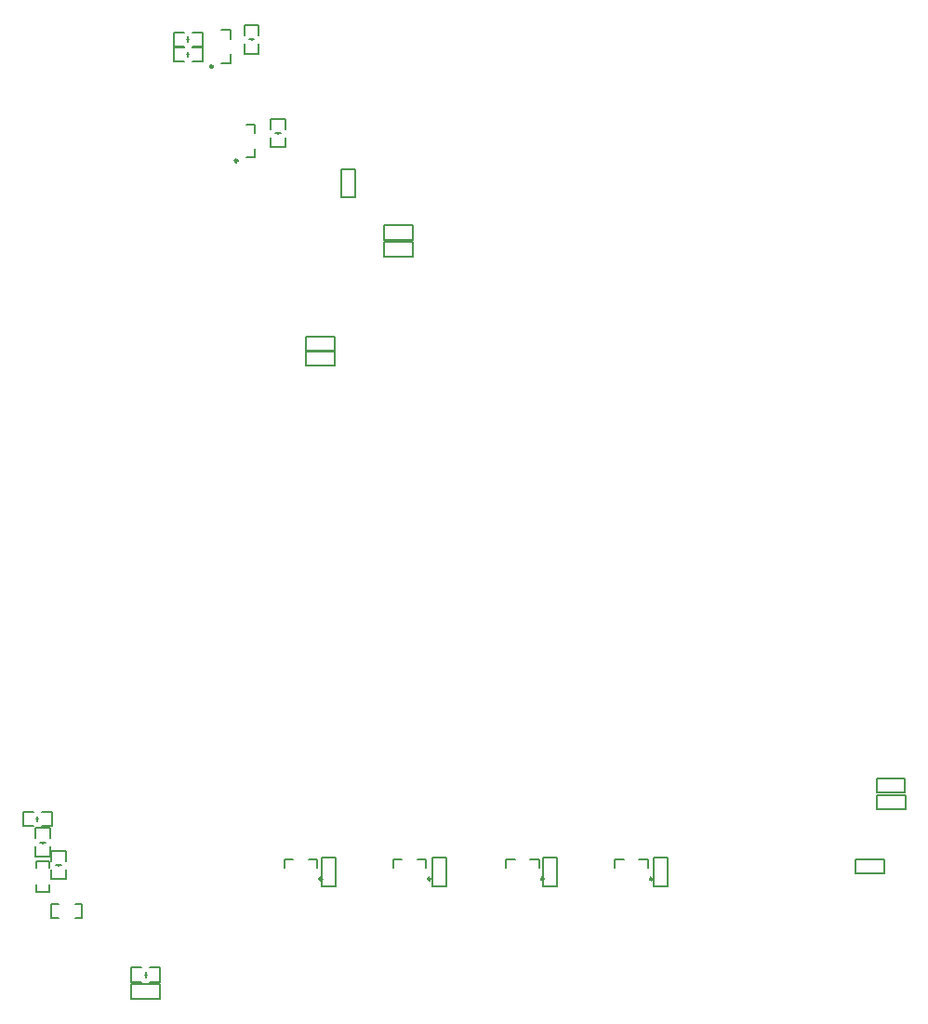
<source format=gbo>
G04*
G04 #@! TF.GenerationSoftware,Altium Limited,Altium Designer,21.0.8 (223)*
G04*
G04 Layer_Color=32896*
%FSLAX25Y25*%
%MOIN*%
G70*
G04*
G04 #@! TF.SameCoordinates,947A2CD8-D87E-4BA2-AADF-D00DD91F1A07*
G04*
G04*
G04 #@! TF.FilePolarity,Positive*
G04*
G01*
G75*
%ADD11C,0.00984*%
%ADD13C,0.00800*%
%ADD14C,0.00600*%
%ADD17C,0.00787*%
D11*
X95955Y369613D02*
G03*
X95955Y369613I-492J0D01*
G01*
X104855Y335813D02*
G03*
X104855Y335813I-492J0D01*
G01*
X214579Y78366D02*
G03*
X214579Y78366I-492J0D01*
G01*
X253579D02*
G03*
X253579Y78366I-492J0D01*
G01*
X135079D02*
G03*
X135079Y78366I-492J0D01*
G01*
X174079D02*
G03*
X174079Y78366I-492J0D01*
G01*
D13*
X129282Y262441D02*
X139518D01*
X129282D02*
Y267559D01*
X139518D01*
Y262441D02*
Y267559D01*
X129282Y267741D02*
X139518D01*
X129282D02*
Y272859D01*
X139518D01*
Y267741D02*
Y272859D01*
X112459Y374182D02*
Y377800D01*
X107341Y374182D02*
Y377800D01*
X112459Y380800D02*
Y384418D01*
X107341Y380800D02*
Y384418D01*
X112459D01*
X107341Y374182D02*
X112459D01*
X81982Y376782D02*
X85600D01*
X81982Y381900D02*
X85600D01*
X88600Y376782D02*
X92218D01*
X88600Y381900D02*
X92218D01*
Y376782D02*
Y381900D01*
X81982Y376782D02*
Y381900D01*
X81982Y371441D02*
X85600D01*
X81982Y376559D02*
X85600D01*
X88600Y371441D02*
X92218D01*
X88600Y376559D02*
X92218Y376559D01*
Y371441D02*
Y376559D01*
X81982Y376559D02*
X81982Y371441D01*
X121859Y340582D02*
Y344200D01*
X116741Y340582D02*
Y344200D01*
X121859Y347200D02*
Y350818D01*
X116741Y347200D02*
Y350818D01*
X121859D01*
X116741Y340582D02*
X121859D01*
X141841Y322582D02*
Y332818D01*
X146959D01*
Y322582D02*
Y332818D01*
X141841Y322582D02*
X146959D01*
X157382Y301541D02*
Y306659D01*
Y301541D02*
X167618D01*
Y306659D01*
X157382D02*
X167618D01*
X157382Y307541D02*
Y312659D01*
Y307541D02*
X167618D01*
Y312659D01*
X157382D02*
X167618D01*
X66795Y35548D02*
Y40666D01*
Y35548D02*
X77031D01*
Y40666D01*
X66795D02*
X77031D01*
X66796Y41547D02*
Y46665D01*
X77032Y41547D02*
Y46665D01*
X73413D02*
X77032D01*
X73413Y41547D02*
X77032D01*
X66796Y46665D02*
X70413D01*
X66796Y41547D02*
X70413D01*
X46500Y69300D02*
X48983D01*
X38018D02*
X40500D01*
X38018Y64500D02*
Y69300D01*
Y64500D02*
X40500D01*
X46500D02*
X48983D01*
X48983Y69300D02*
X48983Y64500D01*
X37400Y73859D02*
Y76341D01*
Y82341D02*
Y84823D01*
X32600D02*
X37400D01*
X32600Y82341D02*
Y84823D01*
Y73859D02*
Y76341D01*
Y73859D02*
X37400Y73859D01*
X38141Y88518D02*
X43259D01*
X38141Y78282D02*
X43259D01*
Y81900D01*
X38141Y78282D02*
Y81900D01*
X43259Y84900D02*
Y88518D01*
X38141Y84900D02*
Y88518D01*
X32441Y96618D02*
X37559D01*
X32441Y86382D02*
X37559D01*
Y90000D01*
X32441Y86382D02*
Y90000D01*
X37559Y93000D02*
Y96618D01*
X32441Y93000D02*
Y96618D01*
X27982Y97441D02*
Y102559D01*
X38218Y97441D02*
Y102559D01*
X34600D02*
X38218D01*
X34600Y97441D02*
X38218D01*
X27982Y102559D02*
X31600D01*
X27982Y97441D02*
X31600D01*
X253841Y75882D02*
X258959D01*
Y86118D01*
X253841D02*
X258959D01*
X253841Y75882D02*
Y86118D01*
X134941Y75882D02*
X140059D01*
Y86118D01*
X134941D02*
X140059D01*
X134941Y75882D02*
Y86118D01*
X174641Y75882D02*
X179759D01*
Y86118D01*
X174641D02*
X179759D01*
X174641Y75882D02*
Y86118D01*
X214241Y75782D02*
X219359D01*
Y86018D01*
X214241D02*
X219359D01*
X214241Y75782D02*
Y86018D01*
X333882Y109341D02*
Y114459D01*
Y109341D02*
X344118D01*
Y114459D01*
X333882D02*
X344118D01*
X344172Y103382D02*
Y108500D01*
X333936D02*
X344172D01*
X333936Y103382D02*
Y108500D01*
Y103382D02*
X344172D01*
X326382Y80441D02*
Y85559D01*
Y80441D02*
X336618D01*
Y85559D01*
X326382D02*
X336618D01*
D14*
X109900Y379000D02*
Y379300D01*
Y379600D01*
X109000Y379300D02*
X110800D01*
X86800Y379341D02*
X87100Y379341D01*
X87400D01*
X87100Y378441D02*
Y380241D01*
X86800Y374000D02*
X87100Y374000D01*
X87400D01*
X87100Y373100D02*
Y374900D01*
X119300Y345400D02*
Y345700D01*
Y346000D01*
X118400Y345700D02*
X120200D01*
X71913Y43206D02*
Y45006D01*
Y44106D02*
X72213D01*
X71613D02*
X71913D01*
X39800Y83400D02*
X41600D01*
X40700Y83100D02*
Y83400D01*
Y83700D01*
X34100Y91500D02*
X35900D01*
X35000Y91200D02*
Y91500D01*
Y91800D01*
X33100Y99100D02*
Y100900D01*
Y100000D02*
X33400D01*
X32800D02*
X33100D01*
D17*
X102156Y379456D02*
Y382606D01*
X99006D02*
X102156D01*
Y370795D02*
Y373944D01*
X99006Y370795D02*
X102156D01*
X111056Y345656D02*
Y348805D01*
X107906D02*
X111056D01*
Y336995D02*
Y340144D01*
X107906Y336995D02*
X111056D01*
X212906Y82500D02*
Y85256D01*
X209756D02*
X212906D01*
X201095Y82500D02*
Y85256D01*
X204244D01*
X251905Y82500D02*
Y85256D01*
X248756D02*
X251905D01*
X240094Y82500D02*
Y85256D01*
X243244D01*
X133405Y82500D02*
Y85256D01*
X130256D02*
X133405D01*
X121595Y82500D02*
Y85256D01*
X124744D01*
X172406Y82500D02*
Y85256D01*
X169256D02*
X172406D01*
X160594Y82500D02*
Y85256D01*
X163744D01*
M02*

</source>
